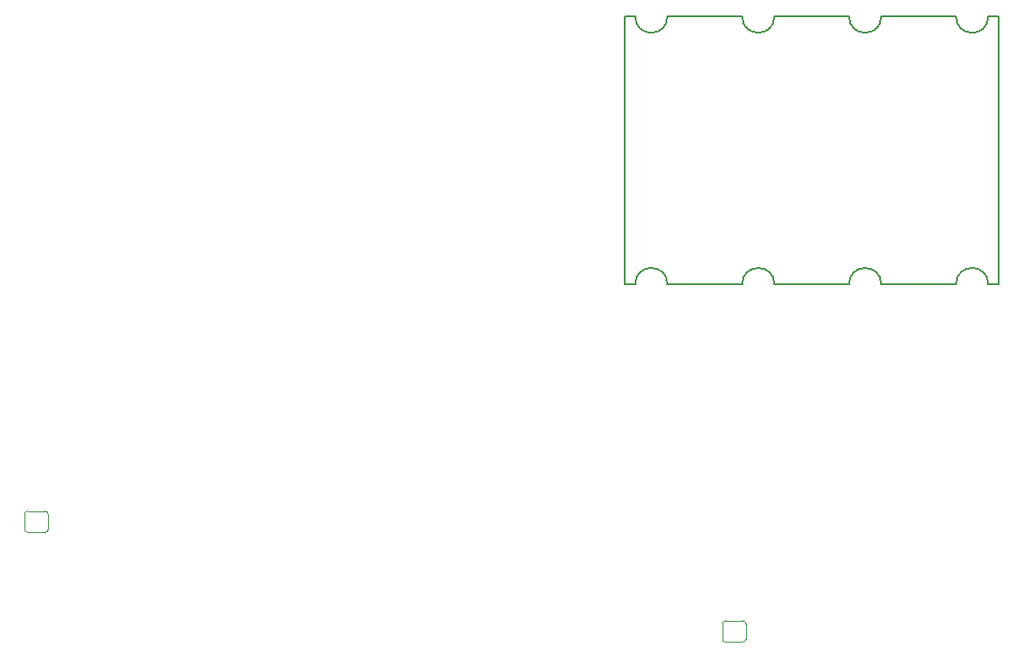
<source format=gbr>
%TF.GenerationSoftware,KiCad,Pcbnew,9.0.1+1*%
%TF.CreationDate,2025-10-02T16:11:36+00:00*%
%TF.ProjectId,TFI2CADC01,54464932-4341-4444-9330-312e6b696361,rev?*%
%TF.SameCoordinates,PX7cee6c0PY700e860*%
%TF.FileFunction,Profile,NP*%
%FSLAX46Y46*%
G04 Gerber Fmt 4.6, Leading zero omitted, Abs format (unit mm)*
G04 Created by KiCad (PCBNEW 9.0.1+1) date 2025-10-02 16:11:36*
%MOMM*%
%LPD*%
G01*
G04 APERTURE LIST*
%TA.AperFunction,Profile*%
%ADD10C,0.150000*%
%TD*%
%TA.AperFunction,Profile*%
%ADD11C,0.050000*%
%TD*%
G04 APERTURE END LIST*
D10*
X11000000Y0D02*
X4000000Y0D01*
X1000000Y0D02*
X0Y0D01*
X1000000Y0D02*
G75*
G02*
X4000000Y0I1500000J0D01*
G01*
X31000000Y0D02*
G75*
G02*
X34000000Y0I1500000J0D01*
G01*
X14000000Y25000000D02*
X21000000Y25000000D01*
X24000000Y25000000D02*
G75*
G02*
X21000000Y25000000I-1500000J0D01*
G01*
X24000000Y25000000D02*
X31000000Y25000000D01*
X21000000Y0D02*
X14000000Y0D01*
X34000000Y25000000D02*
G75*
G02*
X31000000Y25000000I-1500000J0D01*
G01*
X11000000Y0D02*
G75*
G02*
X14000000Y0I1500000J0D01*
G01*
X4000000Y25000000D02*
G75*
G02*
X1000000Y25000000I-1500000J0D01*
G01*
X35000000Y0D02*
X34000000Y0D01*
X4000000Y25000000D02*
X11000000Y25000000D01*
X0Y25000000D02*
X1000000Y25000000D01*
X0Y0D02*
X0Y25000000D01*
X31000000Y0D02*
X24000000Y0D01*
X14000000Y25000000D02*
G75*
G02*
X11000000Y25000000I-1500000J0D01*
G01*
X21000000Y0D02*
G75*
G02*
X24000000Y0I1500000J0D01*
G01*
X34000000Y25000000D02*
X35000000Y25000000D01*
X35000000Y25000000D02*
X35000000Y0D01*
D11*
%TO.C,D3*%
X9150000Y-31800000D02*
X9150000Y-33200000D01*
X9450000Y-33500000D02*
X11050000Y-33500000D01*
X11050000Y-31500000D02*
X9450000Y-31500000D01*
X11350000Y-33200000D02*
X11350000Y-31800000D01*
X9150000Y-31800000D02*
G75*
G02*
X9450000Y-31500000I300000J0D01*
G01*
X9450000Y-33500000D02*
G75*
G02*
X9150000Y-33200000I0J300000D01*
G01*
X11050000Y-31500000D02*
G75*
G02*
X11350000Y-31800000I0J-300000D01*
G01*
X11350000Y-33200000D02*
G75*
G02*
X11050000Y-33500000I-300000J0D01*
G01*
%TO.C,D1*%
X-56100000Y-21550000D02*
X-56100000Y-22950000D01*
X-55800000Y-23250000D02*
X-54200000Y-23250000D01*
X-54200000Y-21250000D02*
X-55800000Y-21250000D01*
X-53900000Y-22950000D02*
X-53900000Y-21550000D01*
X-56100000Y-21550000D02*
G75*
G02*
X-55800000Y-21250000I300000J0D01*
G01*
X-55800000Y-23250000D02*
G75*
G02*
X-56100000Y-22950000I0J300000D01*
G01*
X-54200000Y-21250000D02*
G75*
G02*
X-53900000Y-21550000I0J-300000D01*
G01*
X-53900000Y-22950000D02*
G75*
G02*
X-54200000Y-23250000I-300000J0D01*
G01*
%TD*%
M02*

</source>
